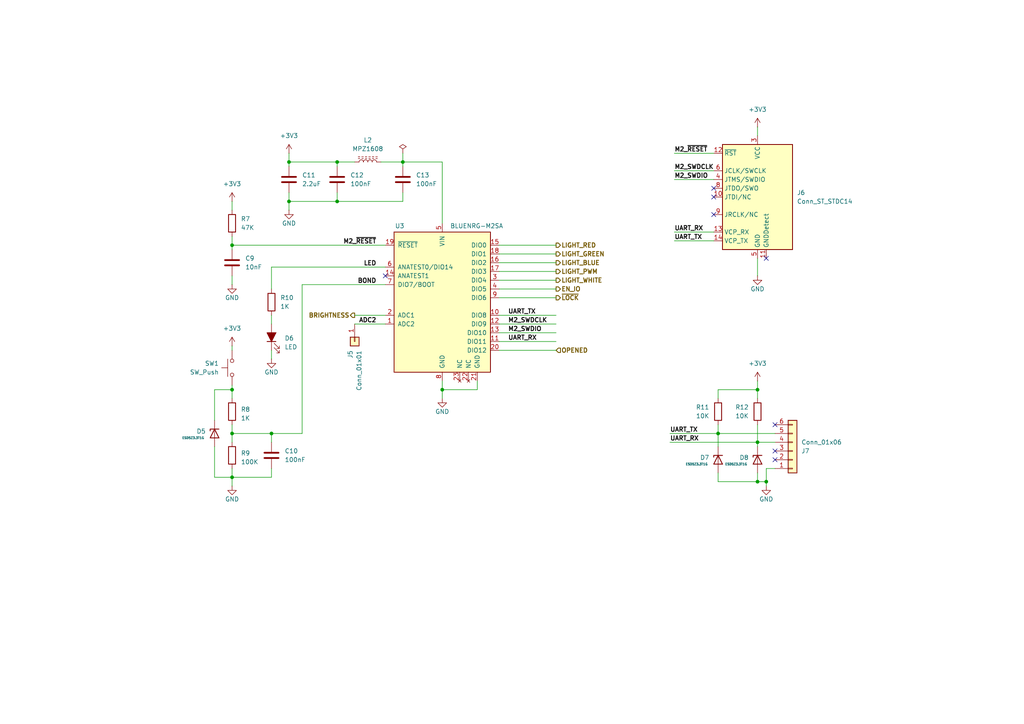
<source format=kicad_sch>
(kicad_sch (version 20231120) (generator "eeschema") (generator_version "8.0")
  (paper "A4")
  (lib_symbols
    (symbol "AM163:BLUENRG-M2SA" (pin_names (offset 1.016))
      (property "Reference" "U" (at -13.97 24.13 0))
      (property "Value" "BLUENRG-M2SA" (at 10.16 24.13 0))
      (symbol "BLUENRG-M2SA_0_1"
        (rectangle (start -13.97 21.59) (end 13.97 -19.05) (stroke (width 0.254)) (fill (type background)))
      )
      (symbol "BLUENRG-M2SA_1_1"
        (pin input line (at -16.51 -5.08 0) (length 2.54) (name "ADC2") (number "1"))
        (pin bidirectional line (at 16.51 -2.54 180) (length 2.54) (name "DIO8") (number "10"))
        (pin bidirectional line (at 16.51 -10.16 180) (length 2.54) (name "DIO11") (number "11"))
        (pin bidirectional line (at 16.51 -5.08 180) (length 2.54) (name "DIO9") (number "12"))
        (pin bidirectional line (at 16.51 -7.62 180) (length 2.54) (name "DIO10") (number "13"))
        (pin output line (at -16.51 8.89 0) (length 2.54) (name "ANATEST1") (number "14"))
        (pin bidirectional line (at 16.51 17.78 180) (length 2.54) (name "DIO0") (number "15"))
        (pin bidirectional line (at 16.51 12.7 180) (length 2.54) (name "DIO2") (number "16"))
        (pin bidirectional line (at 16.51 10.16 180) (length 2.54) (name "DIO3") (number "17"))
        (pin bidirectional line (at 16.51 15.24 180) (length 2.54) (name "DIO1") (number "18"))
        (pin input line (at -16.51 17.78 0) (length 2.54) (name "~{RESET}") (number "19"))
        (pin input line (at -16.51 -2.54 0) (length 2.54) (name "ADC1") (number "2"))
        (pin bidirectional line (at 16.51 -12.7 180) (length 2.54) (name "DIO12") (number "20"))
        (pin power_in line (at 10.16 -21.59 90) (length 2.54) (name "GND") (number "21"))
        (pin no_connect line (at 7.62 -21.59 90) (length 2.54) (name "NC") (number "22"))
        (pin no_connect line (at 5.08 -21.59 90) (length 2.54) (name "NC") (number "23"))
        (pin bidirectional line (at 16.51 7.62 180) (length 2.54) (name "DIO4") (number "3"))
        (pin bidirectional line (at 16.51 5.08 180) (length 2.54) (name "DIO5") (number "4"))
        (pin power_in line (at 0 24.13 270) (length 2.54) (name "VIN") (number "5"))
        (pin bidirectional line (at -16.51 11.43 0) (length 2.54) (name "ANATEST0/DIO14") (number "6"))
        (pin bidirectional line (at -16.51 6.35 0) (length 2.54) (name "DIO7/BOOT") (number "7"))
        (pin power_in line (at 0 -21.59 90) (length 2.54) (name "GND") (number "8"))
        (pin bidirectional line (at 16.51 2.54 180) (length 2.54) (name "DIO6") (number "9"))
      )
    )
    (symbol "Connector:Conn_ST_STDC14"
      (property "Reference" "J" (at -8.89 16.51 0))
      (property "Value" "Conn_ST_STDC14" (at 17.78 16.51 0))
      (symbol "Conn_ST_STDC14_0_1"
        (rectangle (start -10.16 15.24) (end 10.16 -15.24) (stroke (width 0.254)) (fill (type background)))
      )
      (symbol "Conn_ST_STDC14_1_1"
        (pin no_connect line (at -10.16 5.08 0) (length 2.54) hide (name "NC") (number "1"))
        (pin output line (at 12.7 0 180) (length 2.54) (name "JTDI/NC") (number "10"))
        (pin passive line (at -2.54 -17.78 90) (length 2.54) (name "GNDDetect") (number "11"))
        (pin open_collector line (at 12.7 12.7 180) (length 2.54) (name "~{RST}") (number "12"))
        (pin output line (at 12.7 -10.16 180) (length 2.54) (name "VCP_RX") (number "13"))
        (pin input line (at 12.7 -12.7 180) (length 2.54) (name "VCP_TX") (number "14"))
        (pin no_connect line (at -10.16 2.54 0) (length 2.54) hide (name "NC") (number "2"))
        (pin power_in line (at 0 17.78 270) (length 2.54) (name "VCC") (number "3"))
        (pin bidirectional line (at 12.7 5.08 180) (length 2.54) (name "JTMS/SWDIO") (number "4"))
        (pin power_in line (at 0 -17.78 90) (length 2.54) (name "GND") (number "5"))
        (pin output line (at 12.7 7.62 180) (length 2.54) (name "JCLK/SWCLK") (number "6"))
        (pin passive line (at 0 -17.78 90) (length 2.54) hide (name "GND") (number "7"))
        (pin input line (at 12.7 2.54 180) (length 2.54) (name "JTDO/SWO") (number "8"))
        (pin input line (at 12.7 -5.08 180) (length 2.54) (name "JRCLK/NC") (number "9"))
      )
    )
    (symbol "Connector_Generic:Conn_01x01" (pin_names (offset 1.016) hide)
      (property "Reference" "J" (at 0 2.54 0))
      (property "Value" "Conn_01x01" (at 0 -2.54 0))
      (symbol "Conn_01x01_1_1"
        (rectangle (start -1.27 0.127) (end 0 -0.127) (stroke (width 0.1524)))
        (rectangle (start -1.27 1.27) (end 1.27 -1.27) (stroke (width 0.254)) (fill (type background)))
        (pin passive line (at -5.08 0 0) (length 3.81) (name "Pin_1") (number "1"))
      )
    )
    (symbol "Connector_Generic:Conn_01x06" (pin_names (offset 1.016) hide)
      (property "Reference" "J" (at 0 7.62 0))
      (property "Value" "Conn_01x06" (at 0 -10.16 0))
      (symbol "Conn_01x06_1_1"
        (rectangle (start -1.27 -7.493) (end 0 -7.747) (stroke (width 0.1524)))
        (rectangle (start -1.27 -4.953) (end 0 -5.207) (stroke (width 0.1524)))
        (rectangle (start -1.27 -2.413) (end 0 -2.667) (stroke (width 0.1524)))
        (rectangle (start -1.27 0.127) (end 0 -0.127) (stroke (width 0.1524)))
        (rectangle (start -1.27 2.667) (end 0 2.413) (stroke (width 0.1524)))
        (rectangle (start -1.27 5.207) (end 0 4.953) (stroke (width 0.1524)))
        (rectangle (start -1.27 6.35) (end 1.27 -8.89) (stroke (width 0.254)) (fill (type background)))
        (pin passive line (at -5.08 5.08 0) (length 3.81) (name "Pin_1") (number "1"))
        (pin passive line (at -5.08 2.54 0) (length 3.81) (name "Pin_2") (number "2"))
        (pin passive line (at -5.08 0 0) (length 3.81) (name "Pin_3") (number "3"))
        (pin passive line (at -5.08 -2.54 0) (length 3.81) (name "Pin_4") (number "4"))
        (pin passive line (at -5.08 -5.08 0) (length 3.81) (name "Pin_5") (number "5"))
        (pin passive line (at -5.08 -7.62 0) (length 3.81) (name "Pin_6") (number "6"))
      )
    )
    (symbol "Device:C" (pin_numbers hide) (pin_names (offset 0.254))
      (property "Reference" "C" (at 0.635 2.54 0))
      (property "Value" "C" (at 0.635 -2.54 0))
      (symbol "C_0_1"
        (polyline (pts (xy -2.032 -0.762) (xy 2.032 -0.762)) (stroke (width 0.508)))
        (polyline (pts (xy -2.032 0.762) (xy 2.032 0.762)) (stroke (width 0.508)))
      )
      (symbol "C_1_1"
        (pin passive line (at 0 3.81 270) (length 2.794) (name "~") (number "1"))
        (pin passive line (at 0 -3.81 90) (length 2.794) (name "~") (number "2"))
      )
    )
    (symbol "Device:LED_Filled" (pin_numbers hide) (pin_names (offset 1.016) hide)
      (property "Reference" "D" (at 0 2.54 0))
      (property "Value" "LED_Filled" (at 0 -2.54 0))
      (symbol "LED_Filled_0_1"
        (polyline (pts (xy -1.27 -1.27) (xy -1.27 1.27)) (stroke (width 0.254)))
        (polyline (pts (xy -1.27 0) (xy 1.27 0)))
        (polyline (pts (xy 1.27 -1.27) (xy 1.27 1.27) (xy -1.27 0) (xy 1.27 -1.27)) (stroke (width 0.254)) (fill (type outline)))
        (polyline (pts (xy -3.048 -0.762) (xy -4.572 -2.286) (xy -3.81 -2.286) (xy -4.572 -2.286) (xy -4.572 -1.524)))
        (polyline (pts (xy -1.778 -0.762) (xy -3.302 -2.286) (xy -2.54 -2.286) (xy -3.302 -2.286) (xy -3.302 -1.524)))
      )
      (symbol "LED_Filled_1_1"
        (pin passive line (at -3.81 0 0) (length 2.54) (name "K") (number "1"))
        (pin passive line (at 3.81 0 180) (length 2.54) (name "A") (number "2"))
      )
    )
    (symbol "Device:L_Ferrite" (pin_numbers hide) (pin_names (offset 1.016) hide)
      (property "Reference" "L" (at -1.27 0 90))
      (property "Value" "L_Ferrite" (at 2.794 0 90))
      (symbol "L_Ferrite_0_1"
        (arc (start 0 -2.54) (mid 0.6323 -1.905) (end 0 -1.27))
        (arc (start 0 -1.27) (mid 0.6323 -0.635) (end 0 0))
        (polyline (pts (xy 1.016 -2.794) (xy 1.016 -2.286)))
        (polyline (pts (xy 1.016 -1.778) (xy 1.016 -1.27)))
        (polyline (pts (xy 1.016 -0.762) (xy 1.016 -0.254)))
        (polyline (pts (xy 1.016 0.254) (xy 1.016 0.762)))
        (polyline (pts (xy 1.016 1.27) (xy 1.016 1.778)))
        (polyline (pts (xy 1.016 2.286) (xy 1.016 2.794)))
        (polyline (pts (xy 1.524 -2.286) (xy 1.524 -2.794)))
        (polyline (pts (xy 1.524 -1.27) (xy 1.524 -1.778)))
        (polyline (pts (xy 1.524 -0.254) (xy 1.524 -0.762)))
        (polyline (pts (xy 1.524 0.762) (xy 1.524 0.254)))
        (polyline (pts (xy 1.524 1.778) (xy 1.524 1.27)))
        (polyline (pts (xy 1.524 2.794) (xy 1.524 2.286)))
        (arc (start 0 0) (mid 0.6323 0.635) (end 0 1.27))
        (arc (start 0 1.27) (mid 0.6323 1.905) (end 0 2.54))
      )
      (symbol "L_Ferrite_1_1"
        (pin passive line (at 0 3.81 270) (length 1.27) (name "1") (number "1"))
        (pin passive line (at 0 -3.81 90) (length 1.27) (name "2") (number "2"))
      )
    )
    (symbol "Device:R" (pin_numbers hide) (pin_names (offset 0))
      (property "Reference" "R" (at 2.032 0 90))
      (property "Value" "R" (at 0 0 90))
      (symbol "R_0_1"
        (rectangle (start -1.016 -2.54) (end 1.016 2.54) (stroke (width 0.254)))
      )
      (symbol "R_1_1"
        (pin passive line (at 0 3.81 270) (length 1.27) (name "~") (number "1"))
        (pin passive line (at 0 -3.81 90) (length 1.27) (name "~") (number "2"))
      )
    )
    (symbol "Diode:ESD5Zxx" (pin_numbers hide) (pin_names hide)
      (property "Reference" "D" (at 0 2.54 0))
      (property "Value" "ESD5Zxx" (at 0 -2.54 0))
      (symbol "ESD5Zxx_0_1"
        (polyline (pts (xy 1.27 0) (xy -1.27 0)))
        (polyline (pts (xy -1.27 -1.27) (xy -1.27 1.27) (xy -0.762 1.27)) (stroke (width 0.254)))
        (polyline (pts (xy 1.27 -1.27) (xy 1.27 1.27) (xy -1.27 0) (xy 1.27 -1.27)) (stroke (width 0.254)))
      )
      (symbol "ESD5Zxx_1_1"
        (pin passive line (at -3.81 0 0) (length 2.54) (name "K") (number "1"))
        (pin passive line (at 3.81 0 180) (length 2.54) (name "A") (number "2"))
      )
    )
    (symbol "Switch:SW_Push" (pin_numbers hide) (pin_names (offset 1.016) hide)
      (property "Reference" "SW" (at 1.27 2.54 0))
      (property "Value" "SW_Push" (at 0 -1.524 0))
      (symbol "SW_Push_0_1"
        (circle (center -2.032 0) (radius 0.508))
        (polyline (pts (xy 0 1.27) (xy 0 3.048)))
        (polyline (pts (xy 2.54 1.27) (xy -2.54 1.27)))
        (circle (center 2.032 0) (radius 0.508))
        (pin passive line (at -5.08 0 0) (length 2.54) (name "1") (number "1"))
        (pin passive line (at 5.08 0 180) (length 2.54) (name "2") (number "2"))
      )
    )
    (symbol "power:+3V3" (power) (pin_numbers hide) (pin_names (offset 0) hide)
      (property "Value" "+3V3" (at 0 3.556 0))
      (symbol "+3V3_0_1"
        (polyline (pts (xy -0.762 1.27) (xy 0 2.54)))
        (polyline (pts (xy 0 0) (xy 0 2.54)))
        (polyline (pts (xy 0 2.54) (xy 0.762 1.27)))
      )
      (symbol "+3V3_1_1"
        (pin power_in line (at 0 0 90) (length 0) (name "~") (number "1"))
      )
    )
    (symbol "power:GND" (power) (pin_numbers hide) (pin_names (offset 0) hide)
      (property "Value" "GND" (at 0 -3.81 0))
      (symbol "GND_0_1"
        (polyline (pts (xy 0 0) (xy 0 -1.27) (xy 1.27 -1.27) (xy 0 -2.54) (xy -1.27 -1.27) (xy 0 -1.27)))
      )
      (symbol "GND_1_1"
        (pin power_in line (at 0 0 270) (length 0) (name "~") (number "1"))
      )
    )
    (symbol "power:PWR_FLAG" (power) (pin_numbers hide) (pin_names (offset 0) hide)
      (property "Value" "PWR_FLAG" (at 0 3.81 0))
      (symbol "PWR_FLAG_0_0"
        (pin power_out line (at 0 0 90) (length 0) (name "~") (number "1"))
      )
      (symbol "PWR_FLAG_0_1"
        (polyline (pts (xy 0 0) (xy 0 1.27) (xy -1.016 1.905) (xy 0 2.54) (xy 1.016 1.905) (xy 0 1.27)))
      )
    )
  )
  (junction (at 219.71 139.7))
  (junction (at 116.84 46.99))
  (junction (at 67.31 71.12))
  (junction (at 222.25 139.7))
  (junction (at 219.71 113.03))
  (junction (at 83.82 58.42))
  (junction (at 97.79 58.42))
  (junction (at 83.82 46.99))
  (junction (at 219.71 128.27))
  (junction (at 67.31 125.73))
  (junction (at 128.27 113.03))
  (junction (at 78.74 125.73))
  (junction (at 97.79 46.99))
  (junction (at 67.31 138.43))
  (junction (at 208.28 125.73))
  (junction (at 67.31 113.03))
  (no_connect (at 224.79 123.19))
  (no_connect (at 224.79 133.35))
  (no_connect (at 222.25 74.93))
  (no_connect (at 224.79 130.81))
  (no_connect (at 207.01 62.23))
  (no_connect (at 111.76 80.01))
  (no_connect (at 207.01 54.61))
  (no_connect (at 207.01 57.15))
  (wire (pts (xy 144.78 99.06) (xy 161.29 99.06)))
  (wire (pts (xy 194.31 125.73) (xy 208.28 125.73)))
  (wire (pts (xy 67.31 80.01) (xy 67.31 82.55)))
  (wire (pts (xy 195.58 52.07) (xy 207.01 52.07)))
  (wire (pts (xy 144.78 101.6) (xy 161.29 101.6)))
  (wire (pts (xy 62.23 129.54) (xy 62.23 138.43)))
  (wire (pts (xy 219.71 123.19) (xy 219.71 128.27)))
  (wire (pts (xy 219.71 128.27) (xy 219.71 129.54)))
  (wire (pts (xy 144.78 81.28) (xy 161.29 81.28)))
  (wire (pts (xy 219.71 115.57) (xy 219.71 113.03)))
  (wire (pts (xy 144.78 93.98) (xy 161.29 93.98)))
  (wire (pts (xy 116.84 55.88) (xy 116.84 58.42)))
  (wire (pts (xy 195.58 44.45) (xy 207.01 44.45)))
  (wire (pts (xy 62.23 113.03) (xy 62.23 121.92)))
  (wire (pts (xy 97.79 46.99) (xy 97.79 48.26)))
  (wire (pts (xy 219.71 137.16) (xy 219.71 139.7)))
  (wire (pts (xy 208.28 113.03) (xy 219.71 113.03)))
  (wire (pts (xy 67.31 72.39) (xy 67.31 71.12)))
  (wire (pts (xy 78.74 135.89) (xy 78.74 138.43)))
  (wire (pts (xy 219.71 110.49) (xy 219.71 113.03)))
  (wire (pts (xy 110.49 46.99) (xy 116.84 46.99)))
  (wire (pts (xy 128.27 113.03) (xy 128.27 115.57)))
  (wire (pts (xy 116.84 58.42) (xy 97.79 58.42)))
  (wire (pts (xy 194.31 128.27) (xy 219.71 128.27)))
  (wire (pts (xy 83.82 58.42) (xy 97.79 58.42)))
  (wire (pts (xy 67.31 100.33) (xy 67.31 101.6)))
  (wire (pts (xy 219.71 74.93) (xy 219.71 80.01)))
  (wire (pts (xy 208.28 139.7) (xy 219.71 139.7)))
  (wire (pts (xy 83.82 48.26) (xy 83.82 46.99)))
  (wire (pts (xy 83.82 46.99) (xy 97.79 46.99)))
  (wire (pts (xy 144.78 83.82) (xy 161.29 83.82)))
  (wire (pts (xy 62.23 138.43) (xy 67.31 138.43)))
  (wire (pts (xy 67.31 135.89) (xy 67.31 138.43)))
  (wire (pts (xy 144.78 78.74) (xy 161.29 78.74)))
  (wire (pts (xy 67.31 71.12) (xy 111.76 71.12)))
  (wire (pts (xy 219.71 139.7) (xy 222.25 139.7)))
  (wire (pts (xy 67.31 125.73) (xy 78.74 125.73)))
  (wire (pts (xy 67.31 125.73) (xy 67.31 128.27)))
  (wire (pts (xy 144.78 76.2) (xy 161.29 76.2)))
  (wire (pts (xy 208.28 113.03) (xy 208.28 115.57)))
  (wire (pts (xy 97.79 46.99) (xy 102.87 46.99)))
  (wire (pts (xy 116.84 46.99) (xy 116.84 48.26)))
  (wire (pts (xy 195.58 49.53) (xy 207.01 49.53)))
  (wire (pts (xy 208.28 125.73) (xy 224.79 125.73)))
  (wire (pts (xy 138.43 113.03) (xy 128.27 113.03)))
  (wire (pts (xy 195.58 67.31) (xy 207.01 67.31)))
  (wire (pts (xy 208.28 137.16) (xy 208.28 139.7)))
  (wire (pts (xy 67.31 123.19) (xy 67.31 125.73)))
  (wire (pts (xy 208.28 125.73) (xy 208.28 129.54)))
  (wire (pts (xy 102.87 93.98) (xy 111.76 93.98)))
  (wire (pts (xy 67.31 111.76) (xy 67.31 113.03)))
  (wire (pts (xy 78.74 91.44) (xy 78.74 93.98)))
  (wire (pts (xy 97.79 55.88) (xy 97.79 58.42)))
  (wire (pts (xy 78.74 101.6) (xy 78.74 104.14)))
  (wire (pts (xy 87.63 82.55) (xy 111.76 82.55)))
  (wire (pts (xy 224.79 135.89) (xy 222.25 135.89)))
  (wire (pts (xy 195.58 69.85) (xy 207.01 69.85)))
  (wire (pts (xy 116.84 44.45) (xy 116.84 46.99)))
  (wire (pts (xy 144.78 71.12) (xy 161.29 71.12)))
  (wire (pts (xy 78.74 125.73) (xy 87.63 125.73)))
  (wire (pts (xy 78.74 83.82) (xy 78.74 77.47)))
  (wire (pts (xy 67.31 113.03) (xy 67.31 115.57)))
  (wire (pts (xy 83.82 44.45) (xy 83.82 46.99)))
  (wire (pts (xy 128.27 46.99) (xy 128.27 64.77)))
  (wire (pts (xy 219.71 128.27) (xy 224.79 128.27)))
  (wire (pts (xy 144.78 73.66) (xy 161.29 73.66)))
  (wire (pts (xy 144.78 91.44) (xy 161.29 91.44)))
  (wire (pts (xy 78.74 138.43) (xy 67.31 138.43)))
  (wire (pts (xy 208.28 123.19) (xy 208.28 125.73)))
  (wire (pts (xy 219.71 36.83) (xy 219.71 39.37)))
  (wire (pts (xy 67.31 68.58) (xy 67.31 71.12)))
  (wire (pts (xy 116.84 46.99) (xy 128.27 46.99)))
  (wire (pts (xy 62.23 113.03) (xy 67.31 113.03)))
  (wire (pts (xy 102.87 91.44) (xy 111.76 91.44)))
  (wire (pts (xy 222.25 135.89) (xy 222.25 139.7)))
  (wire (pts (xy 87.63 125.73) (xy 87.63 82.55)))
  (wire (pts (xy 144.78 96.52) (xy 161.29 96.52)))
  (wire (pts (xy 222.25 139.7) (xy 222.25 140.97)))
  (wire (pts (xy 67.31 58.42) (xy 67.31 60.96)))
  (wire (pts (xy 83.82 55.88) (xy 83.82 58.42)))
  (wire (pts (xy 144.78 86.36) (xy 161.29 86.36)))
  (wire (pts (xy 78.74 125.73) (xy 78.74 128.27)))
  (wire (pts (xy 67.31 138.43) (xy 67.31 140.97)))
  (wire (pts (xy 138.43 110.49) (xy 138.43 113.03)))
  (wire (pts (xy 78.74 77.47) (xy 111.76 77.47)))
  (wire (pts (xy 128.27 110.49) (xy 128.27 113.03)))
  (wire (pts (xy 83.82 58.42) (xy 83.82 60.96)))
  (label "LED" (at 109.22 77.47 180) (effects (font (bold yes))))
  (label "UART_RX" (at 147.32 99.06 0) (effects (font (bold yes))))
  (label "M2_SWDIO" (at 195.58 52.07 0) (effects (font (bold yes))))
  (label "BOND" (at 109.22 82.55 180) (effects (font (bold yes))))
  (label "ADC2" (at 109.22 93.98 180) (effects (font (bold yes))))
  (label "M2_~{RESET}" (at 195.58 44.45 0) (effects (font (bold yes))))
  (label "M2_~{RESET}" (at 109.22 71.12 180) (effects (font (bold yes))))
  (label "UART_RX" (at 195.58 67.31 0) (effects (font (bold yes))))
  (label "UART_TX" (at 195.58 69.85 0) (effects (font (bold yes))))
  (label "M2_SWDCLK" (at 147.32 93.98 0) (effects (font (bold yes))))
  (label "M2_SWDCLK" (at 195.58 49.53 0) (effects (font (bold yes))))
  (label "UART_TX" (at 147.32 91.44 0) (effects (font (bold yes))))
  (label "UART_RX" (at 194.31 128.27 0) (effects (font (bold yes))))
  (label "UART_TX" (at 194.31 125.73 0) (effects (font (bold yes))))
  (label "M2_SWDIO" (at 147.32 96.52 0) (effects (font (bold yes))))
  (hierarchical_label "LIGHT_WHITE" (shape output) (at 161.29 81.28 0) (effects (font (bold yes))))
  (hierarchical_label "LIGHT_RED" (shape output) (at 161.29 71.12 0) (effects (font (bold yes))))
  (hierarchical_label "LIGHT_BLUE" (shape output) (at 161.29 76.2 0) (effects (font (bold yes))))
  (hierarchical_label "EN_IO" (shape output) (at 161.29 83.82 0) (effects (font (bold yes))))
  (hierarchical_label "~{LOCK}" (shape output) (at 161.29 86.36 0) (effects (font (bold yes))))
  (hierarchical_label "BRIGHTNESS" (shape output) (at 102.87 91.44 180) (effects (font (bold yes))))
  (hierarchical_label "LIGHT_GREEN" (shape output) (at 161.29 73.66 0) (effects (font (bold yes))))
  (hierarchical_label "LIGHT_PWM" (shape output) (at 161.29 78.74 0) (effects (font (bold yes))))
  (hierarchical_label "OPENED" (shape input) (at 161.29 101.6 0) (effects (font (bold yes))))
  (symbol (lib_id "Connector_Generic:Conn_01x06") (at 229.87 130.81 0) (mirror x) (unit 1)
    (property "Reference" "J7" (at 232.41 130.81 0) (effects (justify left)))
    (property "Value" "Conn_01x06" (at 232.41 128.27 0) (effects (justify left)))
    (property "Footprint" "Connector_PinHeader_2.54mm:PinHeader_1x06_P2.54mm_Vertical" (effects (hide yes)))
    (property "Description" "Generic connector, single row, 01x06, script generated (kicad-library-utils/schlib/autogen/connector/)" (effects (hide yes)))
  )
  (symbol (lib_id "Diode:ESD5Zxx") (at 62.23 125.73 90) (mirror x) (unit 1)
    (property "Reference" "D5" (at 59.69 125.095 90) (effects (justify left)))
    (property "Value" "ESD5Z3.3T1G " (at 59.69 127 90) (effects (font (size 0.635 0.635)) (justify left)))
    (property "Footprint" "Diode_SMD:D_SOD-523" (effects (hide yes)))
    (property "Datasheet" "https://www.onsemi.com/pdf/datasheet/esd5z2.5t1-d.pdf" (effects (hide yes)))
    (property "Description" "ESD Protection Diode, SOD-523" (effects (hide yes)))
    (property "Vendor" "Onsemi:ESD5Z3.3T1G " (effects (hide yes)))
  )
  (symbol (lib_id "Device:R") (at 219.71 119.38 0) (mirror y) (unit 1)
    (property "Reference" "R12" (at 217.17 118.1099 0) (effects (justify left)))
    (property "Value" "10K" (at 217.17 120.6499 0) (effects (justify left)))
    (property "Footprint" "Resistor_SMD:R_0402_1005Metric_Pad0.72x0.64mm_HandSolder" (effects (hide yes)))
    (property "Description" "Resistor" (effects (hide yes)))
  )
  (symbol (lib_id "Device:L_Ferrite") (at 106.68 46.99 90) (unit 1)
    (property "Reference" "L2" (at 106.68 40.64 90))
    (property "Value" "MPZ1608" (at 106.68 43.18 90))
    (property "Footprint" "Inductor_SMD:L_0603_1608Metric_Pad1.05x0.95mm_HandSolder" (effects (hide yes)))
    (property "Description" "Inductor with ferrite core" (effects (hide yes)))
    (property "Vendor" "TDK:MPZ1608" (effects (hide yes)))
  )
  (symbol (lib_id "Device:C") (at 116.84 52.07 0) (unit 1)
    (property "Reference" "C13" (at 120.65 50.8 0) (effects (justify left)))
    (property "Value" "100nF" (at 120.65 53.34 0) (effects (justify left)))
    (property "Footprint" "Capacitor_SMD:C_0402_1005Metric_Pad0.74x0.62mm_HandSolder" (effects (hide yes)))
    (property "Description" "Unpolarized capacitor" (effects (hide yes)))
  )
  (symbol (lib_id "AM163:BLUENRG-M2SA") (at 128.27 88.9 0) (unit 1)
    (property "Reference" "U3" (at 114.554 65.532 0) (effects (justify left)))
    (property "Value" "BLUENRG-M2SA" (at 130.556 65.532 0) (effects (justify left)))
    (property "Footprint" "AM163:BLUENRG-M2SA" (effects (hide yes)))
    (property "Datasheet" "https://www.st.com/resource/en/datasheet/bluenrg-m2.pdf" (effects (hide yes)))
    (property "Description" "Bluetooth Module without antenna" (effects (hide yes)))
    (property "Vendor" "ST:BLUENRG-M2SA" (effects (hide yes)))
  )
  (symbol (lib_id "power:GND") (at 219.71 80.01 0) (unit 1)
    (property "Reference" "#PWR014" (effects (hide yes)))
    (property "Value" "GND" (at 219.71 83.82 0))
    (property "Description" "Power symbol creates a global label with name \"GND\" , ground" (effects (hide yes)))
  )
  (symbol (lib_id "power:+3V3") (at 219.71 110.49 0) (unit 1)
    (property "Reference" "#PWR015" (effects (hide yes)))
    (property "Value" "+3V3" (at 219.71 105.41 0))
    (property "Description" "Power symbol creates a global label with name \"+3V3\"" (effects (hide yes)))
  )
  (symbol (lib_id "power:GND") (at 128.27 115.57 0) (unit 1)
    (property "Reference" "#PWR012" (effects (hide yes)))
    (property "Value" "GND" (at 128.27 119.38 0))
    (property "Description" "Power symbol creates a global label with name \"GND\" , ground" (effects (hide yes)))
  )
  (symbol (lib_id "Device:R") (at 208.28 119.38 0) (mirror y) (unit 1)
    (property "Reference" "R11" (at 205.74 118.1099 0) (effects (justify left)))
    (property "Value" "10K" (at 205.74 120.6499 0) (effects (justify left)))
    (property "Footprint" "Resistor_SMD:R_0402_1005Metric_Pad0.72x0.64mm_HandSolder" (effects (hide yes)))
    (property "Description" "Resistor" (effects (hide yes)))
  )
  (symbol (lib_id "power:GND") (at 83.82 60.96 0) (unit 1)
    (property "Reference" "#PWR011" (effects (hide yes)))
    (property "Value" "GND" (at 83.82 64.77 0))
    (property "Description" "Power symbol creates a global label with name \"GND\" , ground" (effects (hide yes)))
  )
  (symbol (lib_id "Device:R") (at 67.31 119.38 0) (unit 1)
    (property "Reference" "R8" (at 69.85 118.745 0) (effects (justify left)))
    (property "Value" "1K" (at 69.85 121.285 0) (effects (justify left)))
    (property "Footprint" "Resistor_SMD:R_0402_1005Metric_Pad0.72x0.64mm_HandSolder" (effects (hide yes)))
    (property "Description" "Resistor" (effects (hide yes)))
  )
  (symbol (lib_id "power:GND") (at 67.31 140.97 0) (unit 1)
    (property "Reference" "#PWR08" (effects (hide yes)))
    (property "Value" "GND" (at 67.31 144.78 0))
    (property "Description" "Power symbol creates a global label with name \"GND\" , ground" (effects (hide yes)))
  )
  (symbol (lib_id "power:GND") (at 67.31 82.55 0) (unit 1)
    (property "Reference" "#PWR06" (effects (hide yes)))
    (property "Value" "GND" (at 67.31 86.36 0))
    (property "Description" "Power symbol creates a global label with name \"GND\" , ground" (effects (hide yes)))
  )
  (symbol (lib_id "Device:C") (at 67.31 76.2 0) (mirror y) (unit 1)
    (property "Reference" "C9" (at 71.12 74.93 0) (effects (justify right)))
    (property "Value" "10nF" (at 71.12 77.47 0) (effects (justify right)))
    (property "Footprint" "Capacitor_SMD:C_0402_1005Metric_Pad0.74x0.62mm_HandSolder" (effects (hide yes)))
    (property "Description" "Unpolarized capacitor" (effects (hide yes)))
  )
  (symbol (lib_id "power:+3V3") (at 83.82 44.45 0) (unit 1)
    (property "Reference" "#PWR010" (effects (hide yes)))
    (property "Value" "+3V3" (at 83.82 39.37 0))
    (property "Description" "Power symbol creates a global label with name \"+3V3\"" (effects (hide yes)))
  )
  (symbol (lib_id "Device:R") (at 78.74 87.63 0) (unit 1)
    (property "Reference" "R10" (at 81.28 86.36 0) (effects (justify left)))
    (property "Value" "1K" (at 81.28 88.9 0) (effects (justify left)))
    (property "Footprint" "Resistor_SMD:R_0402_1005Metric_Pad0.72x0.64mm_HandSolder" (effects (hide yes)))
    (property "Description" "Resistor" (effects (hide yes)))
  )
  (symbol (lib_id "power:+3V3") (at 219.71 36.83 0) (unit 1)
    (property "Reference" "#PWR013" (effects (hide yes)))
    (property "Value" "+3V3" (at 219.71 31.75 0))
    (property "Description" "Power symbol creates a global label with name \"+3V3\"" (effects (hide yes)))
  )
  (symbol (lib_id "Device:LED_Filled") (at 78.74 97.79 90) (unit 1)
    (property "Reference" "D6" (at 82.55 98.1074 90) (effects (justify right)))
    (property "Value" "LED" (at 82.55 100.6474 90) (effects (justify right)))
    (property "Footprint" "LED_SMD:LED_0603_1608Metric_Pad1.05x0.95mm_HandSolder" (effects (hide yes)))
    (property "Description" "Light emitting diode, filled shape" (effects (hide yes)))
    (property "Vendor" "Wurth Elektronik:150060SS75000" (effects (hide yes)))
  )
  (symbol (lib_id "Device:C") (at 97.79 52.07 0) (unit 1)
    (property "Reference" "C12" (at 101.6 50.8 0) (effects (justify left)))
    (property "Value" "100nF" (at 101.6 53.34 0) (effects (justify left)))
    (property "Footprint" "Capacitor_SMD:C_0402_1005Metric_Pad0.74x0.62mm_HandSolder" (effects (hide yes)))
    (property "Description" "Unpolarized capacitor" (effects (hide yes)))
  )
  (symbol (lib_id "Diode:ESD5Zxx") (at 219.71 133.35 90) (mirror x) (unit 1)
    (property "Reference" "D8" (at 217.17 132.715 90) (effects (justify left)))
    (property "Value" "ESD5Z3.3T1G " (at 217.17 134.62 90) (effects (font (size 0.635 0.635)) (justify left)))
    (property "Footprint" "Diode_SMD:D_SOD-523" (effects (hide yes)))
    (property "Datasheet" "https://www.onsemi.com/pdf/datasheet/esd5z2.5t1-d.pdf" (effects (hide yes)))
    (property "Description" "ESD Protection Diode, SOD-523" (effects (hide yes)))
    (property "Vendor" "Onsemi:ESD5Z3.3T1G " (effects (hide yes)))
  )
  (symbol (lib_id "Diode:ESD5Zxx") (at 208.28 133.35 90) (mirror x) (unit 1)
    (property "Reference" "D7" (at 205.74 132.715 90) (effects (justify left)))
    (property "Value" "ESD5Z3.3T1G " (at 205.74 134.62 90) (effects (font (size 0.635 0.635)) (justify left)))
    (property "Footprint" "Diode_SMD:D_SOD-523" (effects (hide yes)))
    (property "Datasheet" "https://www.onsemi.com/pdf/datasheet/esd5z2.5t1-d.pdf" (effects (hide yes)))
    (property "Description" "ESD Protection Diode, SOD-523" (effects (hide yes)))
    (property "Vendor" "Onsemi:ESD5Z3.3T1G " (effects (hide yes)))
  )
  (symbol (lib_id "power:+3V3") (at 67.31 100.33 0) (mirror y) (unit 1)
    (property "Reference" "#PWR07" (effects (hide yes)))
    (property "Value" "+3V3" (at 67.31 95.25 0))
    (property "Description" "Power symbol creates a global label with name \"+3V3\"" (effects (hide yes)))
  )
  (symbol (lib_id "Device:R") (at 67.31 64.77 0) (mirror y) (unit 1)
    (property "Reference" "R7" (at 69.85 63.5 0) (effects (justify right)))
    (property "Value" "47K" (at 69.85 66.04 0) (effects (justify right)))
    (property "Footprint" "Resistor_SMD:R_0402_1005Metric_Pad0.72x0.64mm_HandSolder" (effects (hide yes)))
    (property "Description" "Resistor" (effects (hide yes)))
  )
  (symbol (lib_id "Switch:SW_Push") (at 67.31 106.68 90) (mirror x) (unit 1)
    (property "Reference" "SW1" (at 63.5 105.41 90) (effects (justify left)))
    (property "Value" "SW_Push" (at 63.5 107.95 90) (effects (justify left)))
    (property "Footprint" "Button_Switch_SMD:SW_SPST_PTS645" (effects (hide yes)))
    (property "Description" "Push button switch, generic, two pins" (effects (hide yes)))
  )
  (symbol (lib_id "power:PWR_FLAG") (at 116.84 44.45 0) (mirror y) (unit 1)
    (property "Reference" "#FLG04" (effects (hide yes)))
    (property "Value" "PWR_FLAG" (effects (hide yes)))
    (property "Description" "Special symbol for telling ERC where power comes from" (effects (hide yes)))
  )
  (symbol (lib_id "power:GND") (at 222.25 140.97 0) (unit 1)
    (property "Reference" "#PWR016" (effects (hide yes)))
    (property "Value" "GND" (at 222.25 144.78 0))
    (property "Description" "Power symbol creates a global label with name \"GND\" , ground" (effects (hide yes)))
  )
  (symbol (lib_id "Device:C") (at 78.74 132.08 0) (unit 1)
    (property "Reference" "C10" (at 82.55 130.81 0) (effects (justify left)))
    (property "Value" "100nF" (at 82.55 133.35 0) (effects (justify left)))
    (property "Footprint" "Capacitor_SMD:C_0402_1005Metric_Pad0.74x0.62mm_HandSolder" (effects (hide yes)))
    (property "Description" "Unpolarized capacitor" (effects (hide yes)))
  )
  (symbol (lib_id "Device:C") (at 83.82 52.07 0) (unit 1)
    (property "Reference" "C11" (at 87.63 50.7999 0) (effects (justify left)))
    (property "Value" "2.2uF" (at 87.63 53.3399 0) (effects (justify left)))
    (property "Footprint" "Capacitor_SMD:C_0603_1608Metric_Pad1.08x0.95mm_HandSolder" (effects (hide yes)))
    (property "Description" "Unpolarized capacitor" (effects (hide yes)))
  )
  (symbol (lib_id "power:+3V3") (at 67.31 58.42 0) (unit 1)
    (property "Reference" "#PWR05" (effects (hide yes)))
    (property "Value" "+3V3" (at 67.31 53.34 0))
    (property "Description" "Power symbol creates a global label with name \"+3V3\"" (effects (hide yes)))
  )
  (symbol (lib_id "power:GND") (at 78.74 104.14 0) (unit 1)
    (property "Reference" "#PWR09" (effects (hide yes)))
    (property "Value" "GND" (at 78.74 107.95 0))
    (property "Description" "Power symbol creates a global label with name \"GND\" , ground" (effects (hide yes)))
  )
  (symbol (lib_id "Connector:Conn_ST_STDC14") (at 219.71 57.15 0) (mirror y) (unit 1)
    (property "Reference" "J6" (at 231.14 55.88 0) (effects (justify right)))
    (property "Value" "Conn_ST_STDC14" (at 231.14 58.42 0) (effects (justify right)))
    (property "Footprint" "Connector_PinHeader_1.27mm:PinHeader_2x07_P1.27mm_Vertical_SMD" (effects (hide yes)))
    (property "Datasheet" "https://www.st.com/content/ccc/resource/technical/document/user_manual/group1/99/49/91/b6/b2/3a/46/e5/DM00526767/files/DM00526767.pdf/jcr:content/translations/en.DM00526767.pdf" (effects (hide yes)))
    (property "Description" "ST Debug Connector, standard ARM Cortex-M SWD and JTAG interface plus UART" (effects (hide yes)))
    (property "Vendor" " Amphenol:20021121-00014T4LF" (effects (hide yes)))
  )
  (symbol (lib_id "Device:R") (at 67.31 132.08 0) (unit 1)
    (property "Reference" "R9" (at 69.85 131.445 0) (effects (justify left)))
    (property "Value" "100K" (at 69.85 133.985 0) (effects (justify left)))
    (property "Footprint" "Resistor_SMD:R_0402_1005Metric_Pad0.72x0.64mm_HandSolder" (effects (hide yes)))
    (property "Description" "Resistor" (effects (hide yes)))
  )
  (symbol (lib_id "Connector_Generic:Conn_01x01") (at 102.87 99.06 90) (mirror x) (unit 1)
    (property "Reference" "J5" (at 101.5999 101.6 0) (effects (justify left)))
    (property "Value" "Conn_01x01" (at 104.1399 101.6 0) (effects (justify left)))
    (property "Footprint" "Connector_PinHeader_2.54mm:PinHeader_1x01_P2.54mm_Vertical" (effects (hide yes)))
    (property "Description" "Generic connector, single row, 01x01, script generated (kicad-library-utils/schlib/autogen/connector/)" (effects (hide yes)))
  )
)
</source>
